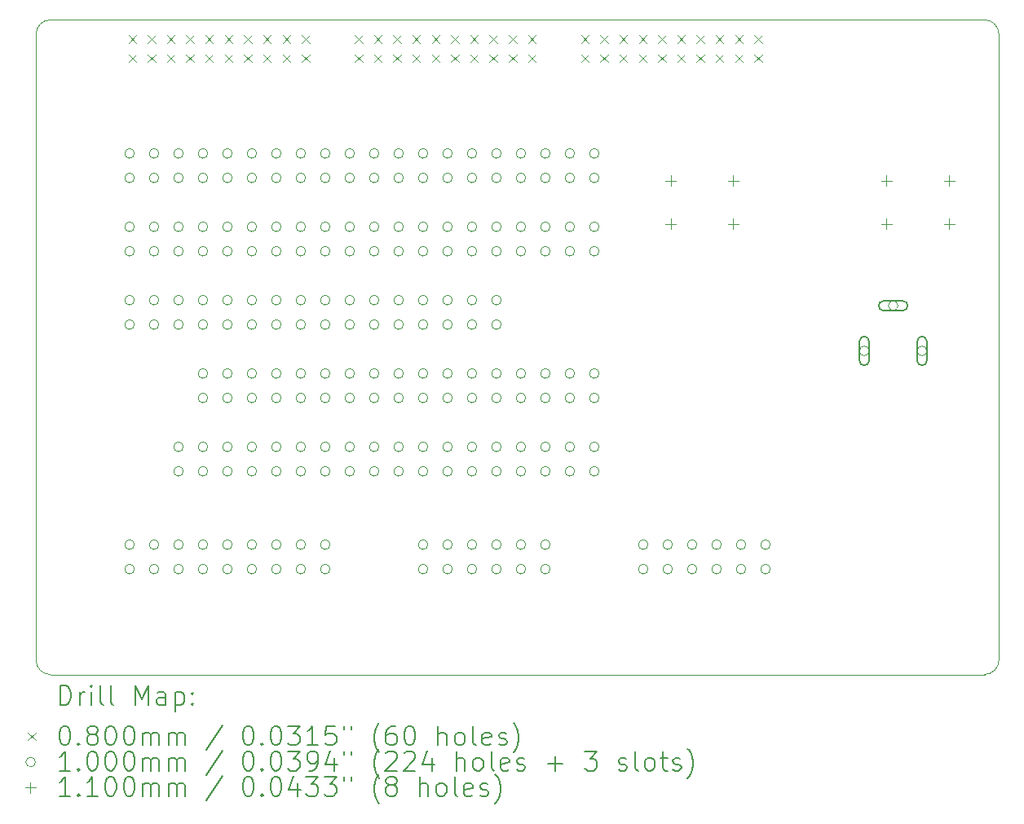
<source format=gbr>
%TF.GenerationSoftware,KiCad,Pcbnew,6.0.9-8da3e8f707~116~ubuntu20.04.1*%
%TF.CreationDate,2022-12-14T15:11:29+01:00*%
%TF.ProjectId,ebaz_adaptor,6562617a-5f61-4646-9170-746f722e6b69,rev?*%
%TF.SameCoordinates,Original*%
%TF.FileFunction,Drillmap*%
%TF.FilePolarity,Positive*%
%FSLAX45Y45*%
G04 Gerber Fmt 4.5, Leading zero omitted, Abs format (unit mm)*
G04 Created by KiCad (PCBNEW 6.0.9-8da3e8f707~116~ubuntu20.04.1) date 2022-12-14 15:11:29*
%MOMM*%
%LPD*%
G01*
G04 APERTURE LIST*
%ADD10C,0.100000*%
%ADD11C,0.200000*%
%ADD12C,0.080000*%
%ADD13C,0.110000*%
G04 APERTURE END LIST*
D10*
X13450000Y-11000000D02*
X3750000Y-11000000D01*
X13450000Y-11000000D02*
G75*
G03*
X13600000Y-10850000I0J150000D01*
G01*
X3750000Y-4200000D02*
X13450000Y-4200000D01*
X13600000Y-4350000D02*
X13600000Y-10850000D01*
X3600000Y-10850000D02*
G75*
G03*
X3750000Y-11000000I150000J0D01*
G01*
X3750000Y-4200000D02*
G75*
G03*
X3600000Y-4350000I0J-150000D01*
G01*
X13600000Y-4350000D02*
G75*
G03*
X13450000Y-4200000I-150000J0D01*
G01*
X3600000Y-10850000D02*
X3600000Y-4350000D01*
D11*
D12*
X4560000Y-4360000D02*
X4640000Y-4440000D01*
X4640000Y-4360000D02*
X4560000Y-4440000D01*
X4560000Y-4560000D02*
X4640000Y-4640000D01*
X4640000Y-4560000D02*
X4560000Y-4640000D01*
X4760000Y-4360000D02*
X4840000Y-4440000D01*
X4840000Y-4360000D02*
X4760000Y-4440000D01*
X4760000Y-4560000D02*
X4840000Y-4640000D01*
X4840000Y-4560000D02*
X4760000Y-4640000D01*
X4960000Y-4360000D02*
X5040000Y-4440000D01*
X5040000Y-4360000D02*
X4960000Y-4440000D01*
X4960000Y-4560000D02*
X5040000Y-4640000D01*
X5040000Y-4560000D02*
X4960000Y-4640000D01*
X5160000Y-4360000D02*
X5240000Y-4440000D01*
X5240000Y-4360000D02*
X5160000Y-4440000D01*
X5160000Y-4560000D02*
X5240000Y-4640000D01*
X5240000Y-4560000D02*
X5160000Y-4640000D01*
X5360000Y-4360000D02*
X5440000Y-4440000D01*
X5440000Y-4360000D02*
X5360000Y-4440000D01*
X5360000Y-4560000D02*
X5440000Y-4640000D01*
X5440000Y-4560000D02*
X5360000Y-4640000D01*
X5560000Y-4360000D02*
X5640000Y-4440000D01*
X5640000Y-4360000D02*
X5560000Y-4440000D01*
X5560000Y-4560000D02*
X5640000Y-4640000D01*
X5640000Y-4560000D02*
X5560000Y-4640000D01*
X5760000Y-4360000D02*
X5840000Y-4440000D01*
X5840000Y-4360000D02*
X5760000Y-4440000D01*
X5760000Y-4560000D02*
X5840000Y-4640000D01*
X5840000Y-4560000D02*
X5760000Y-4640000D01*
X5960000Y-4360000D02*
X6040000Y-4440000D01*
X6040000Y-4360000D02*
X5960000Y-4440000D01*
X5960000Y-4560000D02*
X6040000Y-4640000D01*
X6040000Y-4560000D02*
X5960000Y-4640000D01*
X6160000Y-4360000D02*
X6240000Y-4440000D01*
X6240000Y-4360000D02*
X6160000Y-4440000D01*
X6160000Y-4560000D02*
X6240000Y-4640000D01*
X6240000Y-4560000D02*
X6160000Y-4640000D01*
X6360000Y-4360000D02*
X6440000Y-4440000D01*
X6440000Y-4360000D02*
X6360000Y-4440000D01*
X6360000Y-4560000D02*
X6440000Y-4640000D01*
X6440000Y-4560000D02*
X6360000Y-4640000D01*
X6910000Y-4360000D02*
X6990000Y-4440000D01*
X6990000Y-4360000D02*
X6910000Y-4440000D01*
X6910000Y-4560000D02*
X6990000Y-4640000D01*
X6990000Y-4560000D02*
X6910000Y-4640000D01*
X7110000Y-4360000D02*
X7190000Y-4440000D01*
X7190000Y-4360000D02*
X7110000Y-4440000D01*
X7110000Y-4560000D02*
X7190000Y-4640000D01*
X7190000Y-4560000D02*
X7110000Y-4640000D01*
X7310000Y-4360000D02*
X7390000Y-4440000D01*
X7390000Y-4360000D02*
X7310000Y-4440000D01*
X7310000Y-4560000D02*
X7390000Y-4640000D01*
X7390000Y-4560000D02*
X7310000Y-4640000D01*
X7510000Y-4360000D02*
X7590000Y-4440000D01*
X7590000Y-4360000D02*
X7510000Y-4440000D01*
X7510000Y-4560000D02*
X7590000Y-4640000D01*
X7590000Y-4560000D02*
X7510000Y-4640000D01*
X7710000Y-4360000D02*
X7790000Y-4440000D01*
X7790000Y-4360000D02*
X7710000Y-4440000D01*
X7710000Y-4560000D02*
X7790000Y-4640000D01*
X7790000Y-4560000D02*
X7710000Y-4640000D01*
X7910000Y-4360000D02*
X7990000Y-4440000D01*
X7990000Y-4360000D02*
X7910000Y-4440000D01*
X7910000Y-4560000D02*
X7990000Y-4640000D01*
X7990000Y-4560000D02*
X7910000Y-4640000D01*
X8110000Y-4360000D02*
X8190000Y-4440000D01*
X8190000Y-4360000D02*
X8110000Y-4440000D01*
X8110000Y-4560000D02*
X8190000Y-4640000D01*
X8190000Y-4560000D02*
X8110000Y-4640000D01*
X8310000Y-4360000D02*
X8390000Y-4440000D01*
X8390000Y-4360000D02*
X8310000Y-4440000D01*
X8310000Y-4560000D02*
X8390000Y-4640000D01*
X8390000Y-4560000D02*
X8310000Y-4640000D01*
X8510000Y-4360000D02*
X8590000Y-4440000D01*
X8590000Y-4360000D02*
X8510000Y-4440000D01*
X8510000Y-4560000D02*
X8590000Y-4640000D01*
X8590000Y-4560000D02*
X8510000Y-4640000D01*
X8710000Y-4360000D02*
X8790000Y-4440000D01*
X8790000Y-4360000D02*
X8710000Y-4440000D01*
X8710000Y-4560000D02*
X8790000Y-4640000D01*
X8790000Y-4560000D02*
X8710000Y-4640000D01*
X9260000Y-4360000D02*
X9340000Y-4440000D01*
X9340000Y-4360000D02*
X9260000Y-4440000D01*
X9260000Y-4560000D02*
X9340000Y-4640000D01*
X9340000Y-4560000D02*
X9260000Y-4640000D01*
X9460000Y-4360000D02*
X9540000Y-4440000D01*
X9540000Y-4360000D02*
X9460000Y-4440000D01*
X9460000Y-4560000D02*
X9540000Y-4640000D01*
X9540000Y-4560000D02*
X9460000Y-4640000D01*
X9660000Y-4360000D02*
X9740000Y-4440000D01*
X9740000Y-4360000D02*
X9660000Y-4440000D01*
X9660000Y-4560000D02*
X9740000Y-4640000D01*
X9740000Y-4560000D02*
X9660000Y-4640000D01*
X9860000Y-4360000D02*
X9940000Y-4440000D01*
X9940000Y-4360000D02*
X9860000Y-4440000D01*
X9860000Y-4560000D02*
X9940000Y-4640000D01*
X9940000Y-4560000D02*
X9860000Y-4640000D01*
X10060000Y-4360000D02*
X10140000Y-4440000D01*
X10140000Y-4360000D02*
X10060000Y-4440000D01*
X10060000Y-4560000D02*
X10140000Y-4640000D01*
X10140000Y-4560000D02*
X10060000Y-4640000D01*
X10260000Y-4360000D02*
X10340000Y-4440000D01*
X10340000Y-4360000D02*
X10260000Y-4440000D01*
X10260000Y-4560000D02*
X10340000Y-4640000D01*
X10340000Y-4560000D02*
X10260000Y-4640000D01*
X10460000Y-4360000D02*
X10540000Y-4440000D01*
X10540000Y-4360000D02*
X10460000Y-4440000D01*
X10460000Y-4560000D02*
X10540000Y-4640000D01*
X10540000Y-4560000D02*
X10460000Y-4640000D01*
X10660000Y-4360000D02*
X10740000Y-4440000D01*
X10740000Y-4360000D02*
X10660000Y-4440000D01*
X10660000Y-4560000D02*
X10740000Y-4640000D01*
X10740000Y-4560000D02*
X10660000Y-4640000D01*
X10860000Y-4360000D02*
X10940000Y-4440000D01*
X10940000Y-4360000D02*
X10860000Y-4440000D01*
X10860000Y-4560000D02*
X10940000Y-4640000D01*
X10940000Y-4560000D02*
X10860000Y-4640000D01*
X11060000Y-4360000D02*
X11140000Y-4440000D01*
X11140000Y-4360000D02*
X11060000Y-4440000D01*
X11060000Y-4560000D02*
X11140000Y-4640000D01*
X11140000Y-4560000D02*
X11060000Y-4640000D01*
D10*
X4622000Y-5588000D02*
G75*
G03*
X4622000Y-5588000I-50000J0D01*
G01*
X4622000Y-5842000D02*
G75*
G03*
X4622000Y-5842000I-50000J0D01*
G01*
X4622000Y-6350000D02*
G75*
G03*
X4622000Y-6350000I-50000J0D01*
G01*
X4622000Y-6604000D02*
G75*
G03*
X4622000Y-6604000I-50000J0D01*
G01*
X4622000Y-7112000D02*
G75*
G03*
X4622000Y-7112000I-50000J0D01*
G01*
X4622000Y-7366000D02*
G75*
G03*
X4622000Y-7366000I-50000J0D01*
G01*
X4622000Y-9652000D02*
G75*
G03*
X4622000Y-9652000I-50000J0D01*
G01*
X4622000Y-9906000D02*
G75*
G03*
X4622000Y-9906000I-50000J0D01*
G01*
X4876000Y-5588000D02*
G75*
G03*
X4876000Y-5588000I-50000J0D01*
G01*
X4876000Y-5842000D02*
G75*
G03*
X4876000Y-5842000I-50000J0D01*
G01*
X4876000Y-6350000D02*
G75*
G03*
X4876000Y-6350000I-50000J0D01*
G01*
X4876000Y-6604000D02*
G75*
G03*
X4876000Y-6604000I-50000J0D01*
G01*
X4876000Y-7112000D02*
G75*
G03*
X4876000Y-7112000I-50000J0D01*
G01*
X4876000Y-7366000D02*
G75*
G03*
X4876000Y-7366000I-50000J0D01*
G01*
X4876000Y-9652000D02*
G75*
G03*
X4876000Y-9652000I-50000J0D01*
G01*
X4876000Y-9906000D02*
G75*
G03*
X4876000Y-9906000I-50000J0D01*
G01*
X5130000Y-5588000D02*
G75*
G03*
X5130000Y-5588000I-50000J0D01*
G01*
X5130000Y-5842000D02*
G75*
G03*
X5130000Y-5842000I-50000J0D01*
G01*
X5130000Y-6350000D02*
G75*
G03*
X5130000Y-6350000I-50000J0D01*
G01*
X5130000Y-6604000D02*
G75*
G03*
X5130000Y-6604000I-50000J0D01*
G01*
X5130000Y-7112000D02*
G75*
G03*
X5130000Y-7112000I-50000J0D01*
G01*
X5130000Y-7366000D02*
G75*
G03*
X5130000Y-7366000I-50000J0D01*
G01*
X5130000Y-8636000D02*
G75*
G03*
X5130000Y-8636000I-50000J0D01*
G01*
X5130000Y-8890000D02*
G75*
G03*
X5130000Y-8890000I-50000J0D01*
G01*
X5130000Y-9652000D02*
G75*
G03*
X5130000Y-9652000I-50000J0D01*
G01*
X5130000Y-9906000D02*
G75*
G03*
X5130000Y-9906000I-50000J0D01*
G01*
X5384000Y-5588000D02*
G75*
G03*
X5384000Y-5588000I-50000J0D01*
G01*
X5384000Y-5842000D02*
G75*
G03*
X5384000Y-5842000I-50000J0D01*
G01*
X5384000Y-6350000D02*
G75*
G03*
X5384000Y-6350000I-50000J0D01*
G01*
X5384000Y-6604000D02*
G75*
G03*
X5384000Y-6604000I-50000J0D01*
G01*
X5384000Y-7112000D02*
G75*
G03*
X5384000Y-7112000I-50000J0D01*
G01*
X5384000Y-7366000D02*
G75*
G03*
X5384000Y-7366000I-50000J0D01*
G01*
X5384000Y-7874000D02*
G75*
G03*
X5384000Y-7874000I-50000J0D01*
G01*
X5384000Y-8128000D02*
G75*
G03*
X5384000Y-8128000I-50000J0D01*
G01*
X5384000Y-8636000D02*
G75*
G03*
X5384000Y-8636000I-50000J0D01*
G01*
X5384000Y-8890000D02*
G75*
G03*
X5384000Y-8890000I-50000J0D01*
G01*
X5384000Y-9652000D02*
G75*
G03*
X5384000Y-9652000I-50000J0D01*
G01*
X5384000Y-9906000D02*
G75*
G03*
X5384000Y-9906000I-50000J0D01*
G01*
X5638000Y-5588000D02*
G75*
G03*
X5638000Y-5588000I-50000J0D01*
G01*
X5638000Y-5842000D02*
G75*
G03*
X5638000Y-5842000I-50000J0D01*
G01*
X5638000Y-6350000D02*
G75*
G03*
X5638000Y-6350000I-50000J0D01*
G01*
X5638000Y-6604000D02*
G75*
G03*
X5638000Y-6604000I-50000J0D01*
G01*
X5638000Y-7112000D02*
G75*
G03*
X5638000Y-7112000I-50000J0D01*
G01*
X5638000Y-7366000D02*
G75*
G03*
X5638000Y-7366000I-50000J0D01*
G01*
X5638000Y-7874000D02*
G75*
G03*
X5638000Y-7874000I-50000J0D01*
G01*
X5638000Y-8128000D02*
G75*
G03*
X5638000Y-8128000I-50000J0D01*
G01*
X5638000Y-8636000D02*
G75*
G03*
X5638000Y-8636000I-50000J0D01*
G01*
X5638000Y-8890000D02*
G75*
G03*
X5638000Y-8890000I-50000J0D01*
G01*
X5638000Y-9652000D02*
G75*
G03*
X5638000Y-9652000I-50000J0D01*
G01*
X5638000Y-9906000D02*
G75*
G03*
X5638000Y-9906000I-50000J0D01*
G01*
X5892000Y-5588000D02*
G75*
G03*
X5892000Y-5588000I-50000J0D01*
G01*
X5892000Y-5842000D02*
G75*
G03*
X5892000Y-5842000I-50000J0D01*
G01*
X5892000Y-6350000D02*
G75*
G03*
X5892000Y-6350000I-50000J0D01*
G01*
X5892000Y-6604000D02*
G75*
G03*
X5892000Y-6604000I-50000J0D01*
G01*
X5892000Y-7112000D02*
G75*
G03*
X5892000Y-7112000I-50000J0D01*
G01*
X5892000Y-7366000D02*
G75*
G03*
X5892000Y-7366000I-50000J0D01*
G01*
X5892000Y-7874000D02*
G75*
G03*
X5892000Y-7874000I-50000J0D01*
G01*
X5892000Y-8128000D02*
G75*
G03*
X5892000Y-8128000I-50000J0D01*
G01*
X5892000Y-8636000D02*
G75*
G03*
X5892000Y-8636000I-50000J0D01*
G01*
X5892000Y-8890000D02*
G75*
G03*
X5892000Y-8890000I-50000J0D01*
G01*
X5892000Y-9652000D02*
G75*
G03*
X5892000Y-9652000I-50000J0D01*
G01*
X5892000Y-9906000D02*
G75*
G03*
X5892000Y-9906000I-50000J0D01*
G01*
X6146000Y-5588000D02*
G75*
G03*
X6146000Y-5588000I-50000J0D01*
G01*
X6146000Y-5842000D02*
G75*
G03*
X6146000Y-5842000I-50000J0D01*
G01*
X6146000Y-6350000D02*
G75*
G03*
X6146000Y-6350000I-50000J0D01*
G01*
X6146000Y-6604000D02*
G75*
G03*
X6146000Y-6604000I-50000J0D01*
G01*
X6146000Y-7112000D02*
G75*
G03*
X6146000Y-7112000I-50000J0D01*
G01*
X6146000Y-7366000D02*
G75*
G03*
X6146000Y-7366000I-50000J0D01*
G01*
X6146000Y-7874000D02*
G75*
G03*
X6146000Y-7874000I-50000J0D01*
G01*
X6146000Y-8128000D02*
G75*
G03*
X6146000Y-8128000I-50000J0D01*
G01*
X6146000Y-8636000D02*
G75*
G03*
X6146000Y-8636000I-50000J0D01*
G01*
X6146000Y-8890000D02*
G75*
G03*
X6146000Y-8890000I-50000J0D01*
G01*
X6146000Y-9652000D02*
G75*
G03*
X6146000Y-9652000I-50000J0D01*
G01*
X6146000Y-9906000D02*
G75*
G03*
X6146000Y-9906000I-50000J0D01*
G01*
X6400000Y-5588000D02*
G75*
G03*
X6400000Y-5588000I-50000J0D01*
G01*
X6400000Y-5842000D02*
G75*
G03*
X6400000Y-5842000I-50000J0D01*
G01*
X6400000Y-6350000D02*
G75*
G03*
X6400000Y-6350000I-50000J0D01*
G01*
X6400000Y-6604000D02*
G75*
G03*
X6400000Y-6604000I-50000J0D01*
G01*
X6400000Y-7112000D02*
G75*
G03*
X6400000Y-7112000I-50000J0D01*
G01*
X6400000Y-7366000D02*
G75*
G03*
X6400000Y-7366000I-50000J0D01*
G01*
X6400000Y-7874000D02*
G75*
G03*
X6400000Y-7874000I-50000J0D01*
G01*
X6400000Y-8128000D02*
G75*
G03*
X6400000Y-8128000I-50000J0D01*
G01*
X6400000Y-8636000D02*
G75*
G03*
X6400000Y-8636000I-50000J0D01*
G01*
X6400000Y-8890000D02*
G75*
G03*
X6400000Y-8890000I-50000J0D01*
G01*
X6400000Y-9652000D02*
G75*
G03*
X6400000Y-9652000I-50000J0D01*
G01*
X6400000Y-9906000D02*
G75*
G03*
X6400000Y-9906000I-50000J0D01*
G01*
X6654000Y-5588000D02*
G75*
G03*
X6654000Y-5588000I-50000J0D01*
G01*
X6654000Y-5842000D02*
G75*
G03*
X6654000Y-5842000I-50000J0D01*
G01*
X6654000Y-6350000D02*
G75*
G03*
X6654000Y-6350000I-50000J0D01*
G01*
X6654000Y-6604000D02*
G75*
G03*
X6654000Y-6604000I-50000J0D01*
G01*
X6654000Y-7112000D02*
G75*
G03*
X6654000Y-7112000I-50000J0D01*
G01*
X6654000Y-7366000D02*
G75*
G03*
X6654000Y-7366000I-50000J0D01*
G01*
X6654000Y-7874000D02*
G75*
G03*
X6654000Y-7874000I-50000J0D01*
G01*
X6654000Y-8128000D02*
G75*
G03*
X6654000Y-8128000I-50000J0D01*
G01*
X6654000Y-8636000D02*
G75*
G03*
X6654000Y-8636000I-50000J0D01*
G01*
X6654000Y-8890000D02*
G75*
G03*
X6654000Y-8890000I-50000J0D01*
G01*
X6654000Y-9652000D02*
G75*
G03*
X6654000Y-9652000I-50000J0D01*
G01*
X6654000Y-9906000D02*
G75*
G03*
X6654000Y-9906000I-50000J0D01*
G01*
X6908000Y-5588000D02*
G75*
G03*
X6908000Y-5588000I-50000J0D01*
G01*
X6908000Y-5842000D02*
G75*
G03*
X6908000Y-5842000I-50000J0D01*
G01*
X6908000Y-6350000D02*
G75*
G03*
X6908000Y-6350000I-50000J0D01*
G01*
X6908000Y-6604000D02*
G75*
G03*
X6908000Y-6604000I-50000J0D01*
G01*
X6908000Y-7112000D02*
G75*
G03*
X6908000Y-7112000I-50000J0D01*
G01*
X6908000Y-7366000D02*
G75*
G03*
X6908000Y-7366000I-50000J0D01*
G01*
X6908000Y-7874000D02*
G75*
G03*
X6908000Y-7874000I-50000J0D01*
G01*
X6908000Y-8128000D02*
G75*
G03*
X6908000Y-8128000I-50000J0D01*
G01*
X6908000Y-8636000D02*
G75*
G03*
X6908000Y-8636000I-50000J0D01*
G01*
X6908000Y-8890000D02*
G75*
G03*
X6908000Y-8890000I-50000J0D01*
G01*
X7162000Y-5588000D02*
G75*
G03*
X7162000Y-5588000I-50000J0D01*
G01*
X7162000Y-5842000D02*
G75*
G03*
X7162000Y-5842000I-50000J0D01*
G01*
X7162000Y-6350000D02*
G75*
G03*
X7162000Y-6350000I-50000J0D01*
G01*
X7162000Y-6604000D02*
G75*
G03*
X7162000Y-6604000I-50000J0D01*
G01*
X7162000Y-7112000D02*
G75*
G03*
X7162000Y-7112000I-50000J0D01*
G01*
X7162000Y-7366000D02*
G75*
G03*
X7162000Y-7366000I-50000J0D01*
G01*
X7162000Y-7874000D02*
G75*
G03*
X7162000Y-7874000I-50000J0D01*
G01*
X7162000Y-8128000D02*
G75*
G03*
X7162000Y-8128000I-50000J0D01*
G01*
X7162000Y-8636000D02*
G75*
G03*
X7162000Y-8636000I-50000J0D01*
G01*
X7162000Y-8890000D02*
G75*
G03*
X7162000Y-8890000I-50000J0D01*
G01*
X7416000Y-5588000D02*
G75*
G03*
X7416000Y-5588000I-50000J0D01*
G01*
X7416000Y-5842000D02*
G75*
G03*
X7416000Y-5842000I-50000J0D01*
G01*
X7416000Y-6350000D02*
G75*
G03*
X7416000Y-6350000I-50000J0D01*
G01*
X7416000Y-6604000D02*
G75*
G03*
X7416000Y-6604000I-50000J0D01*
G01*
X7416000Y-7112000D02*
G75*
G03*
X7416000Y-7112000I-50000J0D01*
G01*
X7416000Y-7366000D02*
G75*
G03*
X7416000Y-7366000I-50000J0D01*
G01*
X7416000Y-7874000D02*
G75*
G03*
X7416000Y-7874000I-50000J0D01*
G01*
X7416000Y-8128000D02*
G75*
G03*
X7416000Y-8128000I-50000J0D01*
G01*
X7416000Y-8636000D02*
G75*
G03*
X7416000Y-8636000I-50000J0D01*
G01*
X7416000Y-8890000D02*
G75*
G03*
X7416000Y-8890000I-50000J0D01*
G01*
X7670000Y-5588000D02*
G75*
G03*
X7670000Y-5588000I-50000J0D01*
G01*
X7670000Y-5842000D02*
G75*
G03*
X7670000Y-5842000I-50000J0D01*
G01*
X7670000Y-6350000D02*
G75*
G03*
X7670000Y-6350000I-50000J0D01*
G01*
X7670000Y-6604000D02*
G75*
G03*
X7670000Y-6604000I-50000J0D01*
G01*
X7670000Y-7112000D02*
G75*
G03*
X7670000Y-7112000I-50000J0D01*
G01*
X7670000Y-7366000D02*
G75*
G03*
X7670000Y-7366000I-50000J0D01*
G01*
X7670000Y-7874000D02*
G75*
G03*
X7670000Y-7874000I-50000J0D01*
G01*
X7670000Y-8128000D02*
G75*
G03*
X7670000Y-8128000I-50000J0D01*
G01*
X7670000Y-8636000D02*
G75*
G03*
X7670000Y-8636000I-50000J0D01*
G01*
X7670000Y-8890000D02*
G75*
G03*
X7670000Y-8890000I-50000J0D01*
G01*
X7670000Y-9652000D02*
G75*
G03*
X7670000Y-9652000I-50000J0D01*
G01*
X7670000Y-9906000D02*
G75*
G03*
X7670000Y-9906000I-50000J0D01*
G01*
X7924000Y-5588000D02*
G75*
G03*
X7924000Y-5588000I-50000J0D01*
G01*
X7924000Y-5842000D02*
G75*
G03*
X7924000Y-5842000I-50000J0D01*
G01*
X7924000Y-6350000D02*
G75*
G03*
X7924000Y-6350000I-50000J0D01*
G01*
X7924000Y-6604000D02*
G75*
G03*
X7924000Y-6604000I-50000J0D01*
G01*
X7924000Y-7112000D02*
G75*
G03*
X7924000Y-7112000I-50000J0D01*
G01*
X7924000Y-7366000D02*
G75*
G03*
X7924000Y-7366000I-50000J0D01*
G01*
X7924000Y-7874000D02*
G75*
G03*
X7924000Y-7874000I-50000J0D01*
G01*
X7924000Y-8128000D02*
G75*
G03*
X7924000Y-8128000I-50000J0D01*
G01*
X7924000Y-8636000D02*
G75*
G03*
X7924000Y-8636000I-50000J0D01*
G01*
X7924000Y-8890000D02*
G75*
G03*
X7924000Y-8890000I-50000J0D01*
G01*
X7924000Y-9652000D02*
G75*
G03*
X7924000Y-9652000I-50000J0D01*
G01*
X7924000Y-9906000D02*
G75*
G03*
X7924000Y-9906000I-50000J0D01*
G01*
X8178000Y-5588000D02*
G75*
G03*
X8178000Y-5588000I-50000J0D01*
G01*
X8178000Y-5842000D02*
G75*
G03*
X8178000Y-5842000I-50000J0D01*
G01*
X8178000Y-6350000D02*
G75*
G03*
X8178000Y-6350000I-50000J0D01*
G01*
X8178000Y-6604000D02*
G75*
G03*
X8178000Y-6604000I-50000J0D01*
G01*
X8178000Y-7112000D02*
G75*
G03*
X8178000Y-7112000I-50000J0D01*
G01*
X8178000Y-7366000D02*
G75*
G03*
X8178000Y-7366000I-50000J0D01*
G01*
X8178000Y-7874000D02*
G75*
G03*
X8178000Y-7874000I-50000J0D01*
G01*
X8178000Y-8128000D02*
G75*
G03*
X8178000Y-8128000I-50000J0D01*
G01*
X8178000Y-8636000D02*
G75*
G03*
X8178000Y-8636000I-50000J0D01*
G01*
X8178000Y-8890000D02*
G75*
G03*
X8178000Y-8890000I-50000J0D01*
G01*
X8178000Y-9652000D02*
G75*
G03*
X8178000Y-9652000I-50000J0D01*
G01*
X8178000Y-9906000D02*
G75*
G03*
X8178000Y-9906000I-50000J0D01*
G01*
X8432000Y-5588000D02*
G75*
G03*
X8432000Y-5588000I-50000J0D01*
G01*
X8432000Y-5842000D02*
G75*
G03*
X8432000Y-5842000I-50000J0D01*
G01*
X8432000Y-6350000D02*
G75*
G03*
X8432000Y-6350000I-50000J0D01*
G01*
X8432000Y-6604000D02*
G75*
G03*
X8432000Y-6604000I-50000J0D01*
G01*
X8432000Y-7112000D02*
G75*
G03*
X8432000Y-7112000I-50000J0D01*
G01*
X8432000Y-7366000D02*
G75*
G03*
X8432000Y-7366000I-50000J0D01*
G01*
X8432000Y-7874000D02*
G75*
G03*
X8432000Y-7874000I-50000J0D01*
G01*
X8432000Y-8128000D02*
G75*
G03*
X8432000Y-8128000I-50000J0D01*
G01*
X8432000Y-8636000D02*
G75*
G03*
X8432000Y-8636000I-50000J0D01*
G01*
X8432000Y-8890000D02*
G75*
G03*
X8432000Y-8890000I-50000J0D01*
G01*
X8432000Y-9652000D02*
G75*
G03*
X8432000Y-9652000I-50000J0D01*
G01*
X8432000Y-9906000D02*
G75*
G03*
X8432000Y-9906000I-50000J0D01*
G01*
X8686000Y-5588000D02*
G75*
G03*
X8686000Y-5588000I-50000J0D01*
G01*
X8686000Y-5842000D02*
G75*
G03*
X8686000Y-5842000I-50000J0D01*
G01*
X8686000Y-6350000D02*
G75*
G03*
X8686000Y-6350000I-50000J0D01*
G01*
X8686000Y-6604000D02*
G75*
G03*
X8686000Y-6604000I-50000J0D01*
G01*
X8686000Y-7874000D02*
G75*
G03*
X8686000Y-7874000I-50000J0D01*
G01*
X8686000Y-8128000D02*
G75*
G03*
X8686000Y-8128000I-50000J0D01*
G01*
X8686000Y-8636000D02*
G75*
G03*
X8686000Y-8636000I-50000J0D01*
G01*
X8686000Y-8890000D02*
G75*
G03*
X8686000Y-8890000I-50000J0D01*
G01*
X8686000Y-9652000D02*
G75*
G03*
X8686000Y-9652000I-50000J0D01*
G01*
X8686000Y-9906000D02*
G75*
G03*
X8686000Y-9906000I-50000J0D01*
G01*
X8940000Y-5588000D02*
G75*
G03*
X8940000Y-5588000I-50000J0D01*
G01*
X8940000Y-5842000D02*
G75*
G03*
X8940000Y-5842000I-50000J0D01*
G01*
X8940000Y-6350000D02*
G75*
G03*
X8940000Y-6350000I-50000J0D01*
G01*
X8940000Y-6604000D02*
G75*
G03*
X8940000Y-6604000I-50000J0D01*
G01*
X8940000Y-7874000D02*
G75*
G03*
X8940000Y-7874000I-50000J0D01*
G01*
X8940000Y-8128000D02*
G75*
G03*
X8940000Y-8128000I-50000J0D01*
G01*
X8940000Y-8636000D02*
G75*
G03*
X8940000Y-8636000I-50000J0D01*
G01*
X8940000Y-8890000D02*
G75*
G03*
X8940000Y-8890000I-50000J0D01*
G01*
X8940000Y-9652000D02*
G75*
G03*
X8940000Y-9652000I-50000J0D01*
G01*
X8940000Y-9906000D02*
G75*
G03*
X8940000Y-9906000I-50000J0D01*
G01*
X9194000Y-5588000D02*
G75*
G03*
X9194000Y-5588000I-50000J0D01*
G01*
X9194000Y-5842000D02*
G75*
G03*
X9194000Y-5842000I-50000J0D01*
G01*
X9194000Y-6350000D02*
G75*
G03*
X9194000Y-6350000I-50000J0D01*
G01*
X9194000Y-6604000D02*
G75*
G03*
X9194000Y-6604000I-50000J0D01*
G01*
X9194000Y-7874000D02*
G75*
G03*
X9194000Y-7874000I-50000J0D01*
G01*
X9194000Y-8128000D02*
G75*
G03*
X9194000Y-8128000I-50000J0D01*
G01*
X9194000Y-8636000D02*
G75*
G03*
X9194000Y-8636000I-50000J0D01*
G01*
X9194000Y-8890000D02*
G75*
G03*
X9194000Y-8890000I-50000J0D01*
G01*
X9448000Y-5588000D02*
G75*
G03*
X9448000Y-5588000I-50000J0D01*
G01*
X9448000Y-5842000D02*
G75*
G03*
X9448000Y-5842000I-50000J0D01*
G01*
X9448000Y-6350000D02*
G75*
G03*
X9448000Y-6350000I-50000J0D01*
G01*
X9448000Y-6604000D02*
G75*
G03*
X9448000Y-6604000I-50000J0D01*
G01*
X9448000Y-7874000D02*
G75*
G03*
X9448000Y-7874000I-50000J0D01*
G01*
X9448000Y-8128000D02*
G75*
G03*
X9448000Y-8128000I-50000J0D01*
G01*
X9448000Y-8636000D02*
G75*
G03*
X9448000Y-8636000I-50000J0D01*
G01*
X9448000Y-8890000D02*
G75*
G03*
X9448000Y-8890000I-50000J0D01*
G01*
X9956000Y-9652000D02*
G75*
G03*
X9956000Y-9652000I-50000J0D01*
G01*
X9956000Y-9906000D02*
G75*
G03*
X9956000Y-9906000I-50000J0D01*
G01*
X10210000Y-9652000D02*
G75*
G03*
X10210000Y-9652000I-50000J0D01*
G01*
X10210000Y-9906000D02*
G75*
G03*
X10210000Y-9906000I-50000J0D01*
G01*
X10464000Y-9652000D02*
G75*
G03*
X10464000Y-9652000I-50000J0D01*
G01*
X10464000Y-9906000D02*
G75*
G03*
X10464000Y-9906000I-50000J0D01*
G01*
X10718000Y-9652000D02*
G75*
G03*
X10718000Y-9652000I-50000J0D01*
G01*
X10718000Y-9906000D02*
G75*
G03*
X10718000Y-9906000I-50000J0D01*
G01*
X10972000Y-9652000D02*
G75*
G03*
X10972000Y-9652000I-50000J0D01*
G01*
X10972000Y-9906000D02*
G75*
G03*
X10972000Y-9906000I-50000J0D01*
G01*
X11226000Y-9652000D02*
G75*
G03*
X11226000Y-9652000I-50000J0D01*
G01*
X11226000Y-9906000D02*
G75*
G03*
X11226000Y-9906000I-50000J0D01*
G01*
X12251600Y-7639550D02*
G75*
G03*
X12251600Y-7639550I-50000J0D01*
G01*
D11*
X12251600Y-7739550D02*
X12251600Y-7539550D01*
X12151600Y-7739550D02*
X12151600Y-7539550D01*
X12251600Y-7539550D02*
G75*
G03*
X12151600Y-7539550I-50000J0D01*
G01*
X12151600Y-7739550D02*
G75*
G03*
X12251600Y-7739550I50000J0D01*
G01*
D10*
X12551600Y-7169550D02*
G75*
G03*
X12551600Y-7169550I-50000J0D01*
G01*
D11*
X12601600Y-7119550D02*
X12401600Y-7119550D01*
X12601600Y-7219550D02*
X12401600Y-7219550D01*
X12401600Y-7119550D02*
G75*
G03*
X12401600Y-7219550I0J-50000D01*
G01*
X12601600Y-7219550D02*
G75*
G03*
X12601600Y-7119550I0J50000D01*
G01*
D10*
X12851600Y-7639550D02*
G75*
G03*
X12851600Y-7639550I-50000J0D01*
G01*
D11*
X12851600Y-7739550D02*
X12851600Y-7539550D01*
X12751600Y-7739550D02*
X12751600Y-7539550D01*
X12851600Y-7539550D02*
G75*
G03*
X12751600Y-7539550I-50000J0D01*
G01*
X12751600Y-7739550D02*
G75*
G03*
X12851600Y-7739550I50000J0D01*
G01*
D13*
X10190600Y-5816000D02*
X10190600Y-5926000D01*
X10135600Y-5871000D02*
X10245600Y-5871000D01*
X10190600Y-6266000D02*
X10190600Y-6376000D01*
X10135600Y-6321000D02*
X10245600Y-6321000D01*
X10840600Y-5816000D02*
X10840600Y-5926000D01*
X10785600Y-5871000D02*
X10895600Y-5871000D01*
X10840600Y-6266000D02*
X10840600Y-6376000D01*
X10785600Y-6321000D02*
X10895600Y-6321000D01*
X12433300Y-5816000D02*
X12433300Y-5926000D01*
X12378300Y-5871000D02*
X12488300Y-5871000D01*
X12433300Y-6266000D02*
X12433300Y-6376000D01*
X12378300Y-6321000D02*
X12488300Y-6321000D01*
X13083300Y-5816000D02*
X13083300Y-5926000D01*
X13028300Y-5871000D02*
X13138300Y-5871000D01*
X13083300Y-6266000D02*
X13083300Y-6376000D01*
X13028300Y-6321000D02*
X13138300Y-6321000D01*
D11*
X3852619Y-11315476D02*
X3852619Y-11115476D01*
X3900238Y-11115476D01*
X3928809Y-11125000D01*
X3947857Y-11144048D01*
X3957381Y-11163095D01*
X3966905Y-11201190D01*
X3966905Y-11229762D01*
X3957381Y-11267857D01*
X3947857Y-11286905D01*
X3928809Y-11305952D01*
X3900238Y-11315476D01*
X3852619Y-11315476D01*
X4052619Y-11315476D02*
X4052619Y-11182143D01*
X4052619Y-11220238D02*
X4062143Y-11201190D01*
X4071667Y-11191667D01*
X4090714Y-11182143D01*
X4109762Y-11182143D01*
X4176428Y-11315476D02*
X4176428Y-11182143D01*
X4176428Y-11115476D02*
X4166905Y-11125000D01*
X4176428Y-11134524D01*
X4185952Y-11125000D01*
X4176428Y-11115476D01*
X4176428Y-11134524D01*
X4300238Y-11315476D02*
X4281190Y-11305952D01*
X4271667Y-11286905D01*
X4271667Y-11115476D01*
X4405000Y-11315476D02*
X4385952Y-11305952D01*
X4376429Y-11286905D01*
X4376429Y-11115476D01*
X4633571Y-11315476D02*
X4633571Y-11115476D01*
X4700238Y-11258333D01*
X4766905Y-11115476D01*
X4766905Y-11315476D01*
X4947857Y-11315476D02*
X4947857Y-11210714D01*
X4938333Y-11191667D01*
X4919286Y-11182143D01*
X4881190Y-11182143D01*
X4862143Y-11191667D01*
X4947857Y-11305952D02*
X4928810Y-11315476D01*
X4881190Y-11315476D01*
X4862143Y-11305952D01*
X4852619Y-11286905D01*
X4852619Y-11267857D01*
X4862143Y-11248809D01*
X4881190Y-11239286D01*
X4928810Y-11239286D01*
X4947857Y-11229762D01*
X5043095Y-11182143D02*
X5043095Y-11382143D01*
X5043095Y-11191667D02*
X5062143Y-11182143D01*
X5100238Y-11182143D01*
X5119286Y-11191667D01*
X5128810Y-11201190D01*
X5138333Y-11220238D01*
X5138333Y-11277381D01*
X5128810Y-11296428D01*
X5119286Y-11305952D01*
X5100238Y-11315476D01*
X5062143Y-11315476D01*
X5043095Y-11305952D01*
X5224048Y-11296428D02*
X5233571Y-11305952D01*
X5224048Y-11315476D01*
X5214524Y-11305952D01*
X5224048Y-11296428D01*
X5224048Y-11315476D01*
X5224048Y-11191667D02*
X5233571Y-11201190D01*
X5224048Y-11210714D01*
X5214524Y-11201190D01*
X5224048Y-11191667D01*
X5224048Y-11210714D01*
D12*
X3515000Y-11605000D02*
X3595000Y-11685000D01*
X3595000Y-11605000D02*
X3515000Y-11685000D01*
D11*
X3890714Y-11535476D02*
X3909762Y-11535476D01*
X3928809Y-11545000D01*
X3938333Y-11554524D01*
X3947857Y-11573571D01*
X3957381Y-11611667D01*
X3957381Y-11659286D01*
X3947857Y-11697381D01*
X3938333Y-11716428D01*
X3928809Y-11725952D01*
X3909762Y-11735476D01*
X3890714Y-11735476D01*
X3871667Y-11725952D01*
X3862143Y-11716428D01*
X3852619Y-11697381D01*
X3843095Y-11659286D01*
X3843095Y-11611667D01*
X3852619Y-11573571D01*
X3862143Y-11554524D01*
X3871667Y-11545000D01*
X3890714Y-11535476D01*
X4043095Y-11716428D02*
X4052619Y-11725952D01*
X4043095Y-11735476D01*
X4033571Y-11725952D01*
X4043095Y-11716428D01*
X4043095Y-11735476D01*
X4166905Y-11621190D02*
X4147857Y-11611667D01*
X4138333Y-11602143D01*
X4128809Y-11583095D01*
X4128809Y-11573571D01*
X4138333Y-11554524D01*
X4147857Y-11545000D01*
X4166905Y-11535476D01*
X4205000Y-11535476D01*
X4224048Y-11545000D01*
X4233571Y-11554524D01*
X4243095Y-11573571D01*
X4243095Y-11583095D01*
X4233571Y-11602143D01*
X4224048Y-11611667D01*
X4205000Y-11621190D01*
X4166905Y-11621190D01*
X4147857Y-11630714D01*
X4138333Y-11640238D01*
X4128809Y-11659286D01*
X4128809Y-11697381D01*
X4138333Y-11716428D01*
X4147857Y-11725952D01*
X4166905Y-11735476D01*
X4205000Y-11735476D01*
X4224048Y-11725952D01*
X4233571Y-11716428D01*
X4243095Y-11697381D01*
X4243095Y-11659286D01*
X4233571Y-11640238D01*
X4224048Y-11630714D01*
X4205000Y-11621190D01*
X4366905Y-11535476D02*
X4385952Y-11535476D01*
X4405000Y-11545000D01*
X4414524Y-11554524D01*
X4424048Y-11573571D01*
X4433571Y-11611667D01*
X4433571Y-11659286D01*
X4424048Y-11697381D01*
X4414524Y-11716428D01*
X4405000Y-11725952D01*
X4385952Y-11735476D01*
X4366905Y-11735476D01*
X4347857Y-11725952D01*
X4338333Y-11716428D01*
X4328810Y-11697381D01*
X4319286Y-11659286D01*
X4319286Y-11611667D01*
X4328810Y-11573571D01*
X4338333Y-11554524D01*
X4347857Y-11545000D01*
X4366905Y-11535476D01*
X4557381Y-11535476D02*
X4576429Y-11535476D01*
X4595476Y-11545000D01*
X4605000Y-11554524D01*
X4614524Y-11573571D01*
X4624048Y-11611667D01*
X4624048Y-11659286D01*
X4614524Y-11697381D01*
X4605000Y-11716428D01*
X4595476Y-11725952D01*
X4576429Y-11735476D01*
X4557381Y-11735476D01*
X4538333Y-11725952D01*
X4528810Y-11716428D01*
X4519286Y-11697381D01*
X4509762Y-11659286D01*
X4509762Y-11611667D01*
X4519286Y-11573571D01*
X4528810Y-11554524D01*
X4538333Y-11545000D01*
X4557381Y-11535476D01*
X4709762Y-11735476D02*
X4709762Y-11602143D01*
X4709762Y-11621190D02*
X4719286Y-11611667D01*
X4738333Y-11602143D01*
X4766905Y-11602143D01*
X4785952Y-11611667D01*
X4795476Y-11630714D01*
X4795476Y-11735476D01*
X4795476Y-11630714D02*
X4805000Y-11611667D01*
X4824048Y-11602143D01*
X4852619Y-11602143D01*
X4871667Y-11611667D01*
X4881190Y-11630714D01*
X4881190Y-11735476D01*
X4976429Y-11735476D02*
X4976429Y-11602143D01*
X4976429Y-11621190D02*
X4985952Y-11611667D01*
X5005000Y-11602143D01*
X5033571Y-11602143D01*
X5052619Y-11611667D01*
X5062143Y-11630714D01*
X5062143Y-11735476D01*
X5062143Y-11630714D02*
X5071667Y-11611667D01*
X5090714Y-11602143D01*
X5119286Y-11602143D01*
X5138333Y-11611667D01*
X5147857Y-11630714D01*
X5147857Y-11735476D01*
X5538333Y-11525952D02*
X5366905Y-11783095D01*
X5795476Y-11535476D02*
X5814524Y-11535476D01*
X5833571Y-11545000D01*
X5843095Y-11554524D01*
X5852619Y-11573571D01*
X5862143Y-11611667D01*
X5862143Y-11659286D01*
X5852619Y-11697381D01*
X5843095Y-11716428D01*
X5833571Y-11725952D01*
X5814524Y-11735476D01*
X5795476Y-11735476D01*
X5776428Y-11725952D01*
X5766905Y-11716428D01*
X5757381Y-11697381D01*
X5747857Y-11659286D01*
X5747857Y-11611667D01*
X5757381Y-11573571D01*
X5766905Y-11554524D01*
X5776428Y-11545000D01*
X5795476Y-11535476D01*
X5947857Y-11716428D02*
X5957381Y-11725952D01*
X5947857Y-11735476D01*
X5938333Y-11725952D01*
X5947857Y-11716428D01*
X5947857Y-11735476D01*
X6081190Y-11535476D02*
X6100238Y-11535476D01*
X6119286Y-11545000D01*
X6128809Y-11554524D01*
X6138333Y-11573571D01*
X6147857Y-11611667D01*
X6147857Y-11659286D01*
X6138333Y-11697381D01*
X6128809Y-11716428D01*
X6119286Y-11725952D01*
X6100238Y-11735476D01*
X6081190Y-11735476D01*
X6062143Y-11725952D01*
X6052619Y-11716428D01*
X6043095Y-11697381D01*
X6033571Y-11659286D01*
X6033571Y-11611667D01*
X6043095Y-11573571D01*
X6052619Y-11554524D01*
X6062143Y-11545000D01*
X6081190Y-11535476D01*
X6214524Y-11535476D02*
X6338333Y-11535476D01*
X6271667Y-11611667D01*
X6300238Y-11611667D01*
X6319286Y-11621190D01*
X6328809Y-11630714D01*
X6338333Y-11649762D01*
X6338333Y-11697381D01*
X6328809Y-11716428D01*
X6319286Y-11725952D01*
X6300238Y-11735476D01*
X6243095Y-11735476D01*
X6224048Y-11725952D01*
X6214524Y-11716428D01*
X6528809Y-11735476D02*
X6414524Y-11735476D01*
X6471667Y-11735476D02*
X6471667Y-11535476D01*
X6452619Y-11564048D01*
X6433571Y-11583095D01*
X6414524Y-11592619D01*
X6709762Y-11535476D02*
X6614524Y-11535476D01*
X6605000Y-11630714D01*
X6614524Y-11621190D01*
X6633571Y-11611667D01*
X6681190Y-11611667D01*
X6700238Y-11621190D01*
X6709762Y-11630714D01*
X6719286Y-11649762D01*
X6719286Y-11697381D01*
X6709762Y-11716428D01*
X6700238Y-11725952D01*
X6681190Y-11735476D01*
X6633571Y-11735476D01*
X6614524Y-11725952D01*
X6605000Y-11716428D01*
X6795476Y-11535476D02*
X6795476Y-11573571D01*
X6871667Y-11535476D02*
X6871667Y-11573571D01*
X7166905Y-11811667D02*
X7157381Y-11802143D01*
X7138333Y-11773571D01*
X7128809Y-11754524D01*
X7119286Y-11725952D01*
X7109762Y-11678333D01*
X7109762Y-11640238D01*
X7119286Y-11592619D01*
X7128809Y-11564048D01*
X7138333Y-11545000D01*
X7157381Y-11516428D01*
X7166905Y-11506905D01*
X7328809Y-11535476D02*
X7290714Y-11535476D01*
X7271667Y-11545000D01*
X7262143Y-11554524D01*
X7243095Y-11583095D01*
X7233571Y-11621190D01*
X7233571Y-11697381D01*
X7243095Y-11716428D01*
X7252619Y-11725952D01*
X7271667Y-11735476D01*
X7309762Y-11735476D01*
X7328809Y-11725952D01*
X7338333Y-11716428D01*
X7347857Y-11697381D01*
X7347857Y-11649762D01*
X7338333Y-11630714D01*
X7328809Y-11621190D01*
X7309762Y-11611667D01*
X7271667Y-11611667D01*
X7252619Y-11621190D01*
X7243095Y-11630714D01*
X7233571Y-11649762D01*
X7471667Y-11535476D02*
X7490714Y-11535476D01*
X7509762Y-11545000D01*
X7519286Y-11554524D01*
X7528809Y-11573571D01*
X7538333Y-11611667D01*
X7538333Y-11659286D01*
X7528809Y-11697381D01*
X7519286Y-11716428D01*
X7509762Y-11725952D01*
X7490714Y-11735476D01*
X7471667Y-11735476D01*
X7452619Y-11725952D01*
X7443095Y-11716428D01*
X7433571Y-11697381D01*
X7424048Y-11659286D01*
X7424048Y-11611667D01*
X7433571Y-11573571D01*
X7443095Y-11554524D01*
X7452619Y-11545000D01*
X7471667Y-11535476D01*
X7776428Y-11735476D02*
X7776428Y-11535476D01*
X7862143Y-11735476D02*
X7862143Y-11630714D01*
X7852619Y-11611667D01*
X7833571Y-11602143D01*
X7805000Y-11602143D01*
X7785952Y-11611667D01*
X7776428Y-11621190D01*
X7985952Y-11735476D02*
X7966905Y-11725952D01*
X7957381Y-11716428D01*
X7947857Y-11697381D01*
X7947857Y-11640238D01*
X7957381Y-11621190D01*
X7966905Y-11611667D01*
X7985952Y-11602143D01*
X8014524Y-11602143D01*
X8033571Y-11611667D01*
X8043095Y-11621190D01*
X8052619Y-11640238D01*
X8052619Y-11697381D01*
X8043095Y-11716428D01*
X8033571Y-11725952D01*
X8014524Y-11735476D01*
X7985952Y-11735476D01*
X8166905Y-11735476D02*
X8147857Y-11725952D01*
X8138333Y-11706905D01*
X8138333Y-11535476D01*
X8319286Y-11725952D02*
X8300238Y-11735476D01*
X8262143Y-11735476D01*
X8243095Y-11725952D01*
X8233571Y-11706905D01*
X8233571Y-11630714D01*
X8243095Y-11611667D01*
X8262143Y-11602143D01*
X8300238Y-11602143D01*
X8319286Y-11611667D01*
X8328809Y-11630714D01*
X8328809Y-11649762D01*
X8233571Y-11668809D01*
X8405000Y-11725952D02*
X8424048Y-11735476D01*
X8462143Y-11735476D01*
X8481190Y-11725952D01*
X8490714Y-11706905D01*
X8490714Y-11697381D01*
X8481190Y-11678333D01*
X8462143Y-11668809D01*
X8433571Y-11668809D01*
X8414524Y-11659286D01*
X8405000Y-11640238D01*
X8405000Y-11630714D01*
X8414524Y-11611667D01*
X8433571Y-11602143D01*
X8462143Y-11602143D01*
X8481190Y-11611667D01*
X8557381Y-11811667D02*
X8566905Y-11802143D01*
X8585952Y-11773571D01*
X8595476Y-11754524D01*
X8605000Y-11725952D01*
X8614524Y-11678333D01*
X8614524Y-11640238D01*
X8605000Y-11592619D01*
X8595476Y-11564048D01*
X8585952Y-11545000D01*
X8566905Y-11516428D01*
X8557381Y-11506905D01*
D10*
X3595000Y-11909000D02*
G75*
G03*
X3595000Y-11909000I-50000J0D01*
G01*
D11*
X3957381Y-11999476D02*
X3843095Y-11999476D01*
X3900238Y-11999476D02*
X3900238Y-11799476D01*
X3881190Y-11828048D01*
X3862143Y-11847095D01*
X3843095Y-11856619D01*
X4043095Y-11980428D02*
X4052619Y-11989952D01*
X4043095Y-11999476D01*
X4033571Y-11989952D01*
X4043095Y-11980428D01*
X4043095Y-11999476D01*
X4176428Y-11799476D02*
X4195476Y-11799476D01*
X4214524Y-11809000D01*
X4224048Y-11818524D01*
X4233571Y-11837571D01*
X4243095Y-11875667D01*
X4243095Y-11923286D01*
X4233571Y-11961381D01*
X4224048Y-11980428D01*
X4214524Y-11989952D01*
X4195476Y-11999476D01*
X4176428Y-11999476D01*
X4157381Y-11989952D01*
X4147857Y-11980428D01*
X4138333Y-11961381D01*
X4128809Y-11923286D01*
X4128809Y-11875667D01*
X4138333Y-11837571D01*
X4147857Y-11818524D01*
X4157381Y-11809000D01*
X4176428Y-11799476D01*
X4366905Y-11799476D02*
X4385952Y-11799476D01*
X4405000Y-11809000D01*
X4414524Y-11818524D01*
X4424048Y-11837571D01*
X4433571Y-11875667D01*
X4433571Y-11923286D01*
X4424048Y-11961381D01*
X4414524Y-11980428D01*
X4405000Y-11989952D01*
X4385952Y-11999476D01*
X4366905Y-11999476D01*
X4347857Y-11989952D01*
X4338333Y-11980428D01*
X4328810Y-11961381D01*
X4319286Y-11923286D01*
X4319286Y-11875667D01*
X4328810Y-11837571D01*
X4338333Y-11818524D01*
X4347857Y-11809000D01*
X4366905Y-11799476D01*
X4557381Y-11799476D02*
X4576429Y-11799476D01*
X4595476Y-11809000D01*
X4605000Y-11818524D01*
X4614524Y-11837571D01*
X4624048Y-11875667D01*
X4624048Y-11923286D01*
X4614524Y-11961381D01*
X4605000Y-11980428D01*
X4595476Y-11989952D01*
X4576429Y-11999476D01*
X4557381Y-11999476D01*
X4538333Y-11989952D01*
X4528810Y-11980428D01*
X4519286Y-11961381D01*
X4509762Y-11923286D01*
X4509762Y-11875667D01*
X4519286Y-11837571D01*
X4528810Y-11818524D01*
X4538333Y-11809000D01*
X4557381Y-11799476D01*
X4709762Y-11999476D02*
X4709762Y-11866143D01*
X4709762Y-11885190D02*
X4719286Y-11875667D01*
X4738333Y-11866143D01*
X4766905Y-11866143D01*
X4785952Y-11875667D01*
X4795476Y-11894714D01*
X4795476Y-11999476D01*
X4795476Y-11894714D02*
X4805000Y-11875667D01*
X4824048Y-11866143D01*
X4852619Y-11866143D01*
X4871667Y-11875667D01*
X4881190Y-11894714D01*
X4881190Y-11999476D01*
X4976429Y-11999476D02*
X4976429Y-11866143D01*
X4976429Y-11885190D02*
X4985952Y-11875667D01*
X5005000Y-11866143D01*
X5033571Y-11866143D01*
X5052619Y-11875667D01*
X5062143Y-11894714D01*
X5062143Y-11999476D01*
X5062143Y-11894714D02*
X5071667Y-11875667D01*
X5090714Y-11866143D01*
X5119286Y-11866143D01*
X5138333Y-11875667D01*
X5147857Y-11894714D01*
X5147857Y-11999476D01*
X5538333Y-11789952D02*
X5366905Y-12047095D01*
X5795476Y-11799476D02*
X5814524Y-11799476D01*
X5833571Y-11809000D01*
X5843095Y-11818524D01*
X5852619Y-11837571D01*
X5862143Y-11875667D01*
X5862143Y-11923286D01*
X5852619Y-11961381D01*
X5843095Y-11980428D01*
X5833571Y-11989952D01*
X5814524Y-11999476D01*
X5795476Y-11999476D01*
X5776428Y-11989952D01*
X5766905Y-11980428D01*
X5757381Y-11961381D01*
X5747857Y-11923286D01*
X5747857Y-11875667D01*
X5757381Y-11837571D01*
X5766905Y-11818524D01*
X5776428Y-11809000D01*
X5795476Y-11799476D01*
X5947857Y-11980428D02*
X5957381Y-11989952D01*
X5947857Y-11999476D01*
X5938333Y-11989952D01*
X5947857Y-11980428D01*
X5947857Y-11999476D01*
X6081190Y-11799476D02*
X6100238Y-11799476D01*
X6119286Y-11809000D01*
X6128809Y-11818524D01*
X6138333Y-11837571D01*
X6147857Y-11875667D01*
X6147857Y-11923286D01*
X6138333Y-11961381D01*
X6128809Y-11980428D01*
X6119286Y-11989952D01*
X6100238Y-11999476D01*
X6081190Y-11999476D01*
X6062143Y-11989952D01*
X6052619Y-11980428D01*
X6043095Y-11961381D01*
X6033571Y-11923286D01*
X6033571Y-11875667D01*
X6043095Y-11837571D01*
X6052619Y-11818524D01*
X6062143Y-11809000D01*
X6081190Y-11799476D01*
X6214524Y-11799476D02*
X6338333Y-11799476D01*
X6271667Y-11875667D01*
X6300238Y-11875667D01*
X6319286Y-11885190D01*
X6328809Y-11894714D01*
X6338333Y-11913762D01*
X6338333Y-11961381D01*
X6328809Y-11980428D01*
X6319286Y-11989952D01*
X6300238Y-11999476D01*
X6243095Y-11999476D01*
X6224048Y-11989952D01*
X6214524Y-11980428D01*
X6433571Y-11999476D02*
X6471667Y-11999476D01*
X6490714Y-11989952D01*
X6500238Y-11980428D01*
X6519286Y-11951857D01*
X6528809Y-11913762D01*
X6528809Y-11837571D01*
X6519286Y-11818524D01*
X6509762Y-11809000D01*
X6490714Y-11799476D01*
X6452619Y-11799476D01*
X6433571Y-11809000D01*
X6424048Y-11818524D01*
X6414524Y-11837571D01*
X6414524Y-11885190D01*
X6424048Y-11904238D01*
X6433571Y-11913762D01*
X6452619Y-11923286D01*
X6490714Y-11923286D01*
X6509762Y-11913762D01*
X6519286Y-11904238D01*
X6528809Y-11885190D01*
X6700238Y-11866143D02*
X6700238Y-11999476D01*
X6652619Y-11789952D02*
X6605000Y-11932809D01*
X6728809Y-11932809D01*
X6795476Y-11799476D02*
X6795476Y-11837571D01*
X6871667Y-11799476D02*
X6871667Y-11837571D01*
X7166905Y-12075667D02*
X7157381Y-12066143D01*
X7138333Y-12037571D01*
X7128809Y-12018524D01*
X7119286Y-11989952D01*
X7109762Y-11942333D01*
X7109762Y-11904238D01*
X7119286Y-11856619D01*
X7128809Y-11828048D01*
X7138333Y-11809000D01*
X7157381Y-11780428D01*
X7166905Y-11770905D01*
X7233571Y-11818524D02*
X7243095Y-11809000D01*
X7262143Y-11799476D01*
X7309762Y-11799476D01*
X7328809Y-11809000D01*
X7338333Y-11818524D01*
X7347857Y-11837571D01*
X7347857Y-11856619D01*
X7338333Y-11885190D01*
X7224048Y-11999476D01*
X7347857Y-11999476D01*
X7424048Y-11818524D02*
X7433571Y-11809000D01*
X7452619Y-11799476D01*
X7500238Y-11799476D01*
X7519286Y-11809000D01*
X7528809Y-11818524D01*
X7538333Y-11837571D01*
X7538333Y-11856619D01*
X7528809Y-11885190D01*
X7414524Y-11999476D01*
X7538333Y-11999476D01*
X7709762Y-11866143D02*
X7709762Y-11999476D01*
X7662143Y-11789952D02*
X7614524Y-11932809D01*
X7738333Y-11932809D01*
X7966905Y-11999476D02*
X7966905Y-11799476D01*
X8052619Y-11999476D02*
X8052619Y-11894714D01*
X8043095Y-11875667D01*
X8024048Y-11866143D01*
X7995476Y-11866143D01*
X7976428Y-11875667D01*
X7966905Y-11885190D01*
X8176428Y-11999476D02*
X8157381Y-11989952D01*
X8147857Y-11980428D01*
X8138333Y-11961381D01*
X8138333Y-11904238D01*
X8147857Y-11885190D01*
X8157381Y-11875667D01*
X8176428Y-11866143D01*
X8205000Y-11866143D01*
X8224048Y-11875667D01*
X8233571Y-11885190D01*
X8243095Y-11904238D01*
X8243095Y-11961381D01*
X8233571Y-11980428D01*
X8224048Y-11989952D01*
X8205000Y-11999476D01*
X8176428Y-11999476D01*
X8357381Y-11999476D02*
X8338333Y-11989952D01*
X8328809Y-11970905D01*
X8328809Y-11799476D01*
X8509762Y-11989952D02*
X8490714Y-11999476D01*
X8452619Y-11999476D01*
X8433571Y-11989952D01*
X8424048Y-11970905D01*
X8424048Y-11894714D01*
X8433571Y-11875667D01*
X8452619Y-11866143D01*
X8490714Y-11866143D01*
X8509762Y-11875667D01*
X8519286Y-11894714D01*
X8519286Y-11913762D01*
X8424048Y-11932809D01*
X8595476Y-11989952D02*
X8614524Y-11999476D01*
X8652619Y-11999476D01*
X8671667Y-11989952D01*
X8681190Y-11970905D01*
X8681190Y-11961381D01*
X8671667Y-11942333D01*
X8652619Y-11932809D01*
X8624048Y-11932809D01*
X8605000Y-11923286D01*
X8595476Y-11904238D01*
X8595476Y-11894714D01*
X8605000Y-11875667D01*
X8624048Y-11866143D01*
X8652619Y-11866143D01*
X8671667Y-11875667D01*
X8919286Y-11923286D02*
X9071667Y-11923286D01*
X8995476Y-11999476D02*
X8995476Y-11847095D01*
X9300238Y-11799476D02*
X9424048Y-11799476D01*
X9357381Y-11875667D01*
X9385952Y-11875667D01*
X9405000Y-11885190D01*
X9414524Y-11894714D01*
X9424048Y-11913762D01*
X9424048Y-11961381D01*
X9414524Y-11980428D01*
X9405000Y-11989952D01*
X9385952Y-11999476D01*
X9328810Y-11999476D01*
X9309762Y-11989952D01*
X9300238Y-11980428D01*
X9652619Y-11989952D02*
X9671667Y-11999476D01*
X9709762Y-11999476D01*
X9728810Y-11989952D01*
X9738333Y-11970905D01*
X9738333Y-11961381D01*
X9728810Y-11942333D01*
X9709762Y-11932809D01*
X9681190Y-11932809D01*
X9662143Y-11923286D01*
X9652619Y-11904238D01*
X9652619Y-11894714D01*
X9662143Y-11875667D01*
X9681190Y-11866143D01*
X9709762Y-11866143D01*
X9728810Y-11875667D01*
X9852619Y-11999476D02*
X9833571Y-11989952D01*
X9824048Y-11970905D01*
X9824048Y-11799476D01*
X9957381Y-11999476D02*
X9938333Y-11989952D01*
X9928810Y-11980428D01*
X9919286Y-11961381D01*
X9919286Y-11904238D01*
X9928810Y-11885190D01*
X9938333Y-11875667D01*
X9957381Y-11866143D01*
X9985952Y-11866143D01*
X10005000Y-11875667D01*
X10014524Y-11885190D01*
X10024048Y-11904238D01*
X10024048Y-11961381D01*
X10014524Y-11980428D01*
X10005000Y-11989952D01*
X9985952Y-11999476D01*
X9957381Y-11999476D01*
X10081190Y-11866143D02*
X10157381Y-11866143D01*
X10109762Y-11799476D02*
X10109762Y-11970905D01*
X10119286Y-11989952D01*
X10138333Y-11999476D01*
X10157381Y-11999476D01*
X10214524Y-11989952D02*
X10233571Y-11999476D01*
X10271667Y-11999476D01*
X10290714Y-11989952D01*
X10300238Y-11970905D01*
X10300238Y-11961381D01*
X10290714Y-11942333D01*
X10271667Y-11932809D01*
X10243095Y-11932809D01*
X10224048Y-11923286D01*
X10214524Y-11904238D01*
X10214524Y-11894714D01*
X10224048Y-11875667D01*
X10243095Y-11866143D01*
X10271667Y-11866143D01*
X10290714Y-11875667D01*
X10366905Y-12075667D02*
X10376429Y-12066143D01*
X10395476Y-12037571D01*
X10405000Y-12018524D01*
X10414524Y-11989952D01*
X10424048Y-11942333D01*
X10424048Y-11904238D01*
X10414524Y-11856619D01*
X10405000Y-11828048D01*
X10395476Y-11809000D01*
X10376429Y-11780428D01*
X10366905Y-11770905D01*
D13*
X3540000Y-12118000D02*
X3540000Y-12228000D01*
X3485000Y-12173000D02*
X3595000Y-12173000D01*
D11*
X3957381Y-12263476D02*
X3843095Y-12263476D01*
X3900238Y-12263476D02*
X3900238Y-12063476D01*
X3881190Y-12092048D01*
X3862143Y-12111095D01*
X3843095Y-12120619D01*
X4043095Y-12244428D02*
X4052619Y-12253952D01*
X4043095Y-12263476D01*
X4033571Y-12253952D01*
X4043095Y-12244428D01*
X4043095Y-12263476D01*
X4243095Y-12263476D02*
X4128809Y-12263476D01*
X4185952Y-12263476D02*
X4185952Y-12063476D01*
X4166905Y-12092048D01*
X4147857Y-12111095D01*
X4128809Y-12120619D01*
X4366905Y-12063476D02*
X4385952Y-12063476D01*
X4405000Y-12073000D01*
X4414524Y-12082524D01*
X4424048Y-12101571D01*
X4433571Y-12139667D01*
X4433571Y-12187286D01*
X4424048Y-12225381D01*
X4414524Y-12244428D01*
X4405000Y-12253952D01*
X4385952Y-12263476D01*
X4366905Y-12263476D01*
X4347857Y-12253952D01*
X4338333Y-12244428D01*
X4328810Y-12225381D01*
X4319286Y-12187286D01*
X4319286Y-12139667D01*
X4328810Y-12101571D01*
X4338333Y-12082524D01*
X4347857Y-12073000D01*
X4366905Y-12063476D01*
X4557381Y-12063476D02*
X4576429Y-12063476D01*
X4595476Y-12073000D01*
X4605000Y-12082524D01*
X4614524Y-12101571D01*
X4624048Y-12139667D01*
X4624048Y-12187286D01*
X4614524Y-12225381D01*
X4605000Y-12244428D01*
X4595476Y-12253952D01*
X4576429Y-12263476D01*
X4557381Y-12263476D01*
X4538333Y-12253952D01*
X4528810Y-12244428D01*
X4519286Y-12225381D01*
X4509762Y-12187286D01*
X4509762Y-12139667D01*
X4519286Y-12101571D01*
X4528810Y-12082524D01*
X4538333Y-12073000D01*
X4557381Y-12063476D01*
X4709762Y-12263476D02*
X4709762Y-12130143D01*
X4709762Y-12149190D02*
X4719286Y-12139667D01*
X4738333Y-12130143D01*
X4766905Y-12130143D01*
X4785952Y-12139667D01*
X4795476Y-12158714D01*
X4795476Y-12263476D01*
X4795476Y-12158714D02*
X4805000Y-12139667D01*
X4824048Y-12130143D01*
X4852619Y-12130143D01*
X4871667Y-12139667D01*
X4881190Y-12158714D01*
X4881190Y-12263476D01*
X4976429Y-12263476D02*
X4976429Y-12130143D01*
X4976429Y-12149190D02*
X4985952Y-12139667D01*
X5005000Y-12130143D01*
X5033571Y-12130143D01*
X5052619Y-12139667D01*
X5062143Y-12158714D01*
X5062143Y-12263476D01*
X5062143Y-12158714D02*
X5071667Y-12139667D01*
X5090714Y-12130143D01*
X5119286Y-12130143D01*
X5138333Y-12139667D01*
X5147857Y-12158714D01*
X5147857Y-12263476D01*
X5538333Y-12053952D02*
X5366905Y-12311095D01*
X5795476Y-12063476D02*
X5814524Y-12063476D01*
X5833571Y-12073000D01*
X5843095Y-12082524D01*
X5852619Y-12101571D01*
X5862143Y-12139667D01*
X5862143Y-12187286D01*
X5852619Y-12225381D01*
X5843095Y-12244428D01*
X5833571Y-12253952D01*
X5814524Y-12263476D01*
X5795476Y-12263476D01*
X5776428Y-12253952D01*
X5766905Y-12244428D01*
X5757381Y-12225381D01*
X5747857Y-12187286D01*
X5747857Y-12139667D01*
X5757381Y-12101571D01*
X5766905Y-12082524D01*
X5776428Y-12073000D01*
X5795476Y-12063476D01*
X5947857Y-12244428D02*
X5957381Y-12253952D01*
X5947857Y-12263476D01*
X5938333Y-12253952D01*
X5947857Y-12244428D01*
X5947857Y-12263476D01*
X6081190Y-12063476D02*
X6100238Y-12063476D01*
X6119286Y-12073000D01*
X6128809Y-12082524D01*
X6138333Y-12101571D01*
X6147857Y-12139667D01*
X6147857Y-12187286D01*
X6138333Y-12225381D01*
X6128809Y-12244428D01*
X6119286Y-12253952D01*
X6100238Y-12263476D01*
X6081190Y-12263476D01*
X6062143Y-12253952D01*
X6052619Y-12244428D01*
X6043095Y-12225381D01*
X6033571Y-12187286D01*
X6033571Y-12139667D01*
X6043095Y-12101571D01*
X6052619Y-12082524D01*
X6062143Y-12073000D01*
X6081190Y-12063476D01*
X6319286Y-12130143D02*
X6319286Y-12263476D01*
X6271667Y-12053952D02*
X6224048Y-12196809D01*
X6347857Y-12196809D01*
X6405000Y-12063476D02*
X6528809Y-12063476D01*
X6462143Y-12139667D01*
X6490714Y-12139667D01*
X6509762Y-12149190D01*
X6519286Y-12158714D01*
X6528809Y-12177762D01*
X6528809Y-12225381D01*
X6519286Y-12244428D01*
X6509762Y-12253952D01*
X6490714Y-12263476D01*
X6433571Y-12263476D01*
X6414524Y-12253952D01*
X6405000Y-12244428D01*
X6595476Y-12063476D02*
X6719286Y-12063476D01*
X6652619Y-12139667D01*
X6681190Y-12139667D01*
X6700238Y-12149190D01*
X6709762Y-12158714D01*
X6719286Y-12177762D01*
X6719286Y-12225381D01*
X6709762Y-12244428D01*
X6700238Y-12253952D01*
X6681190Y-12263476D01*
X6624048Y-12263476D01*
X6605000Y-12253952D01*
X6595476Y-12244428D01*
X6795476Y-12063476D02*
X6795476Y-12101571D01*
X6871667Y-12063476D02*
X6871667Y-12101571D01*
X7166905Y-12339667D02*
X7157381Y-12330143D01*
X7138333Y-12301571D01*
X7128809Y-12282524D01*
X7119286Y-12253952D01*
X7109762Y-12206333D01*
X7109762Y-12168238D01*
X7119286Y-12120619D01*
X7128809Y-12092048D01*
X7138333Y-12073000D01*
X7157381Y-12044428D01*
X7166905Y-12034905D01*
X7271667Y-12149190D02*
X7252619Y-12139667D01*
X7243095Y-12130143D01*
X7233571Y-12111095D01*
X7233571Y-12101571D01*
X7243095Y-12082524D01*
X7252619Y-12073000D01*
X7271667Y-12063476D01*
X7309762Y-12063476D01*
X7328809Y-12073000D01*
X7338333Y-12082524D01*
X7347857Y-12101571D01*
X7347857Y-12111095D01*
X7338333Y-12130143D01*
X7328809Y-12139667D01*
X7309762Y-12149190D01*
X7271667Y-12149190D01*
X7252619Y-12158714D01*
X7243095Y-12168238D01*
X7233571Y-12187286D01*
X7233571Y-12225381D01*
X7243095Y-12244428D01*
X7252619Y-12253952D01*
X7271667Y-12263476D01*
X7309762Y-12263476D01*
X7328809Y-12253952D01*
X7338333Y-12244428D01*
X7347857Y-12225381D01*
X7347857Y-12187286D01*
X7338333Y-12168238D01*
X7328809Y-12158714D01*
X7309762Y-12149190D01*
X7585952Y-12263476D02*
X7585952Y-12063476D01*
X7671667Y-12263476D02*
X7671667Y-12158714D01*
X7662143Y-12139667D01*
X7643095Y-12130143D01*
X7614524Y-12130143D01*
X7595476Y-12139667D01*
X7585952Y-12149190D01*
X7795476Y-12263476D02*
X7776428Y-12253952D01*
X7766905Y-12244428D01*
X7757381Y-12225381D01*
X7757381Y-12168238D01*
X7766905Y-12149190D01*
X7776428Y-12139667D01*
X7795476Y-12130143D01*
X7824048Y-12130143D01*
X7843095Y-12139667D01*
X7852619Y-12149190D01*
X7862143Y-12168238D01*
X7862143Y-12225381D01*
X7852619Y-12244428D01*
X7843095Y-12253952D01*
X7824048Y-12263476D01*
X7795476Y-12263476D01*
X7976428Y-12263476D02*
X7957381Y-12253952D01*
X7947857Y-12234905D01*
X7947857Y-12063476D01*
X8128809Y-12253952D02*
X8109762Y-12263476D01*
X8071667Y-12263476D01*
X8052619Y-12253952D01*
X8043095Y-12234905D01*
X8043095Y-12158714D01*
X8052619Y-12139667D01*
X8071667Y-12130143D01*
X8109762Y-12130143D01*
X8128809Y-12139667D01*
X8138333Y-12158714D01*
X8138333Y-12177762D01*
X8043095Y-12196809D01*
X8214524Y-12253952D02*
X8233571Y-12263476D01*
X8271667Y-12263476D01*
X8290714Y-12253952D01*
X8300238Y-12234905D01*
X8300238Y-12225381D01*
X8290714Y-12206333D01*
X8271667Y-12196809D01*
X8243095Y-12196809D01*
X8224048Y-12187286D01*
X8214524Y-12168238D01*
X8214524Y-12158714D01*
X8224048Y-12139667D01*
X8243095Y-12130143D01*
X8271667Y-12130143D01*
X8290714Y-12139667D01*
X8366905Y-12339667D02*
X8376428Y-12330143D01*
X8395476Y-12301571D01*
X8405000Y-12282524D01*
X8414524Y-12253952D01*
X8424048Y-12206333D01*
X8424048Y-12168238D01*
X8414524Y-12120619D01*
X8405000Y-12092048D01*
X8395476Y-12073000D01*
X8376428Y-12044428D01*
X8366905Y-12034905D01*
M02*

</source>
